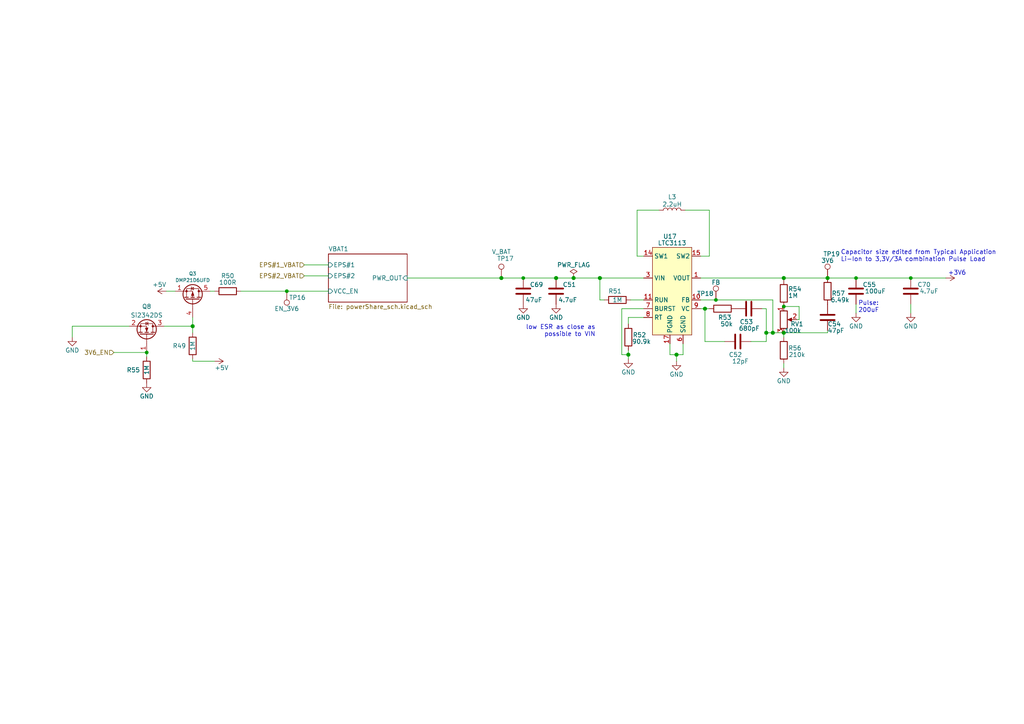
<source format=kicad_sch>
(kicad_sch (version 20211123) (generator eeschema)

  (uuid 93bc236d-3455-443f-8726-2037a6755e8b)

  (paper "A4")

  (lib_symbols
    (symbol "Connector:TestPoint" (pin_numbers hide) (pin_names (offset 0.762) hide) (in_bom yes) (on_board yes)
      (property "Reference" "TP" (id 0) (at 0 6.858 0)
        (effects (font (size 1.27 1.27)))
      )
      (property "Value" "TestPoint" (id 1) (at 0 5.08 0)
        (effects (font (size 1.27 1.27)))
      )
      (property "Footprint" "" (id 2) (at 5.08 0 0)
        (effects (font (size 1.27 1.27)) hide)
      )
      (property "Datasheet" "~" (id 3) (at 5.08 0 0)
        (effects (font (size 1.27 1.27)) hide)
      )
      (property "ki_keywords" "test point tp" (id 4) (at 0 0 0)
        (effects (font (size 1.27 1.27)) hide)
      )
      (property "ki_description" "test point" (id 5) (at 0 0 0)
        (effects (font (size 1.27 1.27)) hide)
      )
      (property "ki_fp_filters" "Pin* Test*" (id 6) (at 0 0 0)
        (effects (font (size 1.27 1.27)) hide)
      )
      (symbol "TestPoint_0_1"
        (circle (center 0 3.302) (radius 0.762)
          (stroke (width 0) (type default) (color 0 0 0 0))
          (fill (type none))
        )
      )
      (symbol "TestPoint_1_1"
        (pin passive line (at 0 0 90) (length 2.54)
          (name "1" (effects (font (size 1.27 1.27))))
          (number "1" (effects (font (size 1.27 1.27))))
        )
      )
    )
    (symbol "Device:C" (pin_numbers hide) (pin_names (offset 0.254)) (in_bom yes) (on_board yes)
      (property "Reference" "C" (id 0) (at 0.635 2.54 0)
        (effects (font (size 1.27 1.27)) (justify left))
      )
      (property "Value" "C" (id 1) (at 0.635 -2.54 0)
        (effects (font (size 1.27 1.27)) (justify left))
      )
      (property "Footprint" "" (id 2) (at 0.9652 -3.81 0)
        (effects (font (size 1.27 1.27)) hide)
      )
      (property "Datasheet" "~" (id 3) (at 0 0 0)
        (effects (font (size 1.27 1.27)) hide)
      )
      (property "ki_keywords" "cap capacitor" (id 4) (at 0 0 0)
        (effects (font (size 1.27 1.27)) hide)
      )
      (property "ki_description" "Unpolarized capacitor" (id 5) (at 0 0 0)
        (effects (font (size 1.27 1.27)) hide)
      )
      (property "ki_fp_filters" "C_*" (id 6) (at 0 0 0)
        (effects (font (size 1.27 1.27)) hide)
      )
      (symbol "C_0_1"
        (polyline
          (pts
            (xy -2.032 -0.762)
            (xy 2.032 -0.762)
          )
          (stroke (width 0.508) (type default) (color 0 0 0 0))
          (fill (type none))
        )
        (polyline
          (pts
            (xy -2.032 0.762)
            (xy 2.032 0.762)
          )
          (stroke (width 0.508) (type default) (color 0 0 0 0))
          (fill (type none))
        )
      )
      (symbol "C_1_1"
        (pin passive line (at 0 3.81 270) (length 2.794)
          (name "~" (effects (font (size 1.27 1.27))))
          (number "1" (effects (font (size 1.27 1.27))))
        )
        (pin passive line (at 0 -3.81 90) (length 2.794)
          (name "~" (effects (font (size 1.27 1.27))))
          (number "2" (effects (font (size 1.27 1.27))))
        )
      )
    )
    (symbol "Device:L" (pin_numbers hide) (pin_names (offset 1.016) hide) (in_bom yes) (on_board yes)
      (property "Reference" "L" (id 0) (at -1.27 0 90)
        (effects (font (size 1.27 1.27)))
      )
      (property "Value" "L" (id 1) (at 1.905 0 90)
        (effects (font (size 1.27 1.27)))
      )
      (property "Footprint" "" (id 2) (at 0 0 0)
        (effects (font (size 1.27 1.27)) hide)
      )
      (property "Datasheet" "~" (id 3) (at 0 0 0)
        (effects (font (size 1.27 1.27)) hide)
      )
      (property "ki_keywords" "inductor choke coil reactor magnetic" (id 4) (at 0 0 0)
        (effects (font (size 1.27 1.27)) hide)
      )
      (property "ki_description" "Inductor" (id 5) (at 0 0 0)
        (effects (font (size 1.27 1.27)) hide)
      )
      (property "ki_fp_filters" "Choke_* *Coil* Inductor_* L_*" (id 6) (at 0 0 0)
        (effects (font (size 1.27 1.27)) hide)
      )
      (symbol "L_0_1"
        (arc (start 0 -2.54) (mid 0.635 -1.905) (end 0 -1.27)
          (stroke (width 0) (type default) (color 0 0 0 0))
          (fill (type none))
        )
        (arc (start 0 -1.27) (mid 0.635 -0.635) (end 0 0)
          (stroke (width 0) (type default) (color 0 0 0 0))
          (fill (type none))
        )
        (arc (start 0 0) (mid 0.635 0.635) (end 0 1.27)
          (stroke (width 0) (type default) (color 0 0 0 0))
          (fill (type none))
        )
        (arc (start 0 1.27) (mid 0.635 1.905) (end 0 2.54)
          (stroke (width 0) (type default) (color 0 0 0 0))
          (fill (type none))
        )
      )
      (symbol "L_1_1"
        (pin passive line (at 0 3.81 270) (length 1.27)
          (name "1" (effects (font (size 1.27 1.27))))
          (number "1" (effects (font (size 1.27 1.27))))
        )
        (pin passive line (at 0 -3.81 90) (length 1.27)
          (name "2" (effects (font (size 1.27 1.27))))
          (number "2" (effects (font (size 1.27 1.27))))
        )
      )
    )
    (symbol "Device:Q_NMOS_GSD" (pin_names (offset 0) hide) (in_bom yes) (on_board yes)
      (property "Reference" "Q" (id 0) (at 5.08 1.27 0)
        (effects (font (size 1.27 1.27)) (justify left))
      )
      (property "Value" "Q_NMOS_GSD" (id 1) (at 5.08 -1.27 0)
        (effects (font (size 1.27 1.27)) (justify left))
      )
      (property "Footprint" "" (id 2) (at 5.08 2.54 0)
        (effects (font (size 1.27 1.27)) hide)
      )
      (property "Datasheet" "~" (id 3) (at 0 0 0)
        (effects (font (size 1.27 1.27)) hide)
      )
      (property "ki_keywords" "transistor NMOS N-MOS N-MOSFET" (id 4) (at 0 0 0)
        (effects (font (size 1.27 1.27)) hide)
      )
      (property "ki_description" "N-MOSFET transistor, gate/source/drain" (id 5) (at 0 0 0)
        (effects (font (size 1.27 1.27)) hide)
      )
      (symbol "Q_NMOS_GSD_0_1"
        (polyline
          (pts
            (xy 0.254 0)
            (xy -2.54 0)
          )
          (stroke (width 0) (type default) (color 0 0 0 0))
          (fill (type none))
        )
        (polyline
          (pts
            (xy 0.254 1.905)
            (xy 0.254 -1.905)
          )
          (stroke (width 0.254) (type default) (color 0 0 0 0))
          (fill (type none))
        )
        (polyline
          (pts
            (xy 0.762 -1.27)
            (xy 0.762 -2.286)
          )
          (stroke (width 0.254) (type default) (color 0 0 0 0))
          (fill (type none))
        )
        (polyline
          (pts
            (xy 0.762 0.508)
            (xy 0.762 -0.508)
          )
          (stroke (width 0.254) (type default) (color 0 0 0 0))
          (fill (type none))
        )
        (polyline
          (pts
            (xy 0.762 2.286)
            (xy 0.762 1.27)
          )
          (stroke (width 0.254) (type default) (color 0 0 0 0))
          (fill (type none))
        )
        (polyline
          (pts
            (xy 2.54 2.54)
            (xy 2.54 1.778)
          )
          (stroke (width 0) (type default) (color 0 0 0 0))
          (fill (type none))
        )
        (polyline
          (pts
            (xy 2.54 -2.54)
            (xy 2.54 0)
            (xy 0.762 0)
          )
          (stroke (width 0) (type default) (color 0 0 0 0))
          (fill (type none))
        )
        (polyline
          (pts
            (xy 0.762 -1.778)
            (xy 3.302 -1.778)
            (xy 3.302 1.778)
            (xy 0.762 1.778)
          )
          (stroke (width 0) (type default) (color 0 0 0 0))
          (fill (type none))
        )
        (polyline
          (pts
            (xy 1.016 0)
            (xy 2.032 0.381)
            (xy 2.032 -0.381)
            (xy 1.016 0)
          )
          (stroke (width 0) (type default) (color 0 0 0 0))
          (fill (type outline))
        )
        (polyline
          (pts
            (xy 2.794 0.508)
            (xy 2.921 0.381)
            (xy 3.683 0.381)
            (xy 3.81 0.254)
          )
          (stroke (width 0) (type default) (color 0 0 0 0))
          (fill (type none))
        )
        (polyline
          (pts
            (xy 3.302 0.381)
            (xy 2.921 -0.254)
            (xy 3.683 -0.254)
            (xy 3.302 0.381)
          )
          (stroke (width 0) (type default) (color 0 0 0 0))
          (fill (type none))
        )
        (circle (center 1.651 0) (radius 2.794)
          (stroke (width 0.254) (type default) (color 0 0 0 0))
          (fill (type none))
        )
        (circle (center 2.54 -1.778) (radius 0.254)
          (stroke (width 0) (type default) (color 0 0 0 0))
          (fill (type outline))
        )
        (circle (center 2.54 1.778) (radius 0.254)
          (stroke (width 0) (type default) (color 0 0 0 0))
          (fill (type outline))
        )
      )
      (symbol "Q_NMOS_GSD_1_1"
        (pin input line (at -5.08 0 0) (length 2.54)
          (name "G" (effects (font (size 1.27 1.27))))
          (number "1" (effects (font (size 1.27 1.27))))
        )
        (pin passive line (at 2.54 -5.08 90) (length 2.54)
          (name "S" (effects (font (size 1.27 1.27))))
          (number "2" (effects (font (size 1.27 1.27))))
        )
        (pin passive line (at 2.54 5.08 270) (length 2.54)
          (name "D" (effects (font (size 1.27 1.27))))
          (number "3" (effects (font (size 1.27 1.27))))
        )
      )
    )
    (symbol "Device:R" (pin_numbers hide) (pin_names (offset 0)) (in_bom yes) (on_board yes)
      (property "Reference" "R" (id 0) (at 2.032 0 90)
        (effects (font (size 1.27 1.27)))
      )
      (property "Value" "R" (id 1) (at 0 0 90)
        (effects (font (size 1.27 1.27)))
      )
      (property "Footprint" "" (id 2) (at -1.778 0 90)
        (effects (font (size 1.27 1.27)) hide)
      )
      (property "Datasheet" "~" (id 3) (at 0 0 0)
        (effects (font (size 1.27 1.27)) hide)
      )
      (property "ki_keywords" "R res resistor" (id 4) (at 0 0 0)
        (effects (font (size 1.27 1.27)) hide)
      )
      (property "ki_description" "Resistor" (id 5) (at 0 0 0)
        (effects (font (size 1.27 1.27)) hide)
      )
      (property "ki_fp_filters" "R_*" (id 6) (at 0 0 0)
        (effects (font (size 1.27 1.27)) hide)
      )
      (symbol "R_0_1"
        (rectangle (start -1.016 -2.54) (end 1.016 2.54)
          (stroke (width 0.254) (type default) (color 0 0 0 0))
          (fill (type none))
        )
      )
      (symbol "R_1_1"
        (pin passive line (at 0 3.81 270) (length 1.27)
          (name "~" (effects (font (size 1.27 1.27))))
          (number "1" (effects (font (size 1.27 1.27))))
        )
        (pin passive line (at 0 -3.81 90) (length 1.27)
          (name "~" (effects (font (size 1.27 1.27))))
          (number "2" (effects (font (size 1.27 1.27))))
        )
      )
    )
    (symbol "Device:R_Potentiometer" (pin_names (offset 1.016) hide) (in_bom yes) (on_board yes)
      (property "Reference" "RV" (id 0) (at -4.445 0 90)
        (effects (font (size 1.27 1.27)))
      )
      (property "Value" "R_Potentiometer" (id 1) (at -2.54 0 90)
        (effects (font (size 1.27 1.27)))
      )
      (property "Footprint" "" (id 2) (at 0 0 0)
        (effects (font (size 1.27 1.27)) hide)
      )
      (property "Datasheet" "~" (id 3) (at 0 0 0)
        (effects (font (size 1.27 1.27)) hide)
      )
      (property "ki_keywords" "resistor variable" (id 4) (at 0 0 0)
        (effects (font (size 1.27 1.27)) hide)
      )
      (property "ki_description" "Potentiometer" (id 5) (at 0 0 0)
        (effects (font (size 1.27 1.27)) hide)
      )
      (property "ki_fp_filters" "Potentiometer*" (id 6) (at 0 0 0)
        (effects (font (size 1.27 1.27)) hide)
      )
      (symbol "R_Potentiometer_0_1"
        (polyline
          (pts
            (xy 2.54 0)
            (xy 1.524 0)
          )
          (stroke (width 0) (type default) (color 0 0 0 0))
          (fill (type none))
        )
        (polyline
          (pts
            (xy 1.143 0)
            (xy 2.286 0.508)
            (xy 2.286 -0.508)
            (xy 1.143 0)
          )
          (stroke (width 0) (type default) (color 0 0 0 0))
          (fill (type outline))
        )
        (rectangle (start 1.016 2.54) (end -1.016 -2.54)
          (stroke (width 0.254) (type default) (color 0 0 0 0))
          (fill (type none))
        )
      )
      (symbol "R_Potentiometer_1_1"
        (pin passive line (at 0 3.81 270) (length 1.27)
          (name "1" (effects (font (size 1.27 1.27))))
          (number "1" (effects (font (size 1.27 1.27))))
        )
        (pin passive line (at 3.81 0 180) (length 1.27)
          (name "2" (effects (font (size 1.27 1.27))))
          (number "2" (effects (font (size 1.27 1.27))))
        )
        (pin passive line (at 0 -3.81 90) (length 1.27)
          (name "3" (effects (font (size 1.27 1.27))))
          (number "3" (effects (font (size 1.27 1.27))))
        )
      )
    )
    (symbol "Transistor_FET:SiS443DN" (pin_names hide) (in_bom yes) (on_board yes)
      (property "Reference" "Q" (id 0) (at 5.08 1.905 0)
        (effects (font (size 1.27 1.27)) (justify left))
      )
      (property "Value" "SiS443DN" (id 1) (at 5.08 0 0)
        (effects (font (size 1.27 1.27)) (justify left))
      )
      (property "Footprint" "Package_SO:Vishay_PowerPAK_1212-8_Single" (id 2) (at 5.08 -1.905 0)
        (effects (font (size 1.27 1.27) italic) (justify left) hide)
      )
      (property "Datasheet" "https://www.vishay.com/docs/63253/sis443dn.pdf" (id 3) (at 0 0 90)
        (effects (font (size 1.27 1.27)) (justify left) hide)
      )
      (property "ki_keywords" "P-Channel MOSFET" (id 4) (at 0 0 0)
        (effects (font (size 1.27 1.27)) hide)
      )
      (property "ki_description" "-35A Id, -40V Vds, P-Channel MOSFET, PowerPAK 1212-8 Single" (id 5) (at 0 0 0)
        (effects (font (size 1.27 1.27)) hide)
      )
      (property "ki_fp_filters" "Vishay*PowerPAK*1212*Single*" (id 6) (at 0 0 0)
        (effects (font (size 1.27 1.27)) hide)
      )
      (symbol "SiS443DN_0_1"
        (polyline
          (pts
            (xy 0.254 0)
            (xy -2.54 0)
          )
          (stroke (width 0) (type default) (color 0 0 0 0))
          (fill (type none))
        )
        (polyline
          (pts
            (xy 0.254 1.905)
            (xy 0.254 -1.905)
          )
          (stroke (width 0.254) (type default) (color 0 0 0 0))
          (fill (type none))
        )
        (polyline
          (pts
            (xy 0.762 -1.27)
            (xy 0.762 -2.286)
          )
          (stroke (width 0.254) (type default) (color 0 0 0 0))
          (fill (type none))
        )
        (polyline
          (pts
            (xy 0.762 0.508)
            (xy 0.762 -0.508)
          )
          (stroke (width 0.254) (type default) (color 0 0 0 0))
          (fill (type none))
        )
        (polyline
          (pts
            (xy 0.762 2.286)
            (xy 0.762 1.27)
          )
          (stroke (width 0.254) (type default) (color 0 0 0 0))
          (fill (type none))
        )
        (polyline
          (pts
            (xy 2.54 2.54)
            (xy 2.54 1.778)
          )
          (stroke (width 0) (type default) (color 0 0 0 0))
          (fill (type none))
        )
        (polyline
          (pts
            (xy 2.54 -2.54)
            (xy 2.54 0)
            (xy 0.762 0)
          )
          (stroke (width 0) (type default) (color 0 0 0 0))
          (fill (type none))
        )
        (polyline
          (pts
            (xy 0.762 1.778)
            (xy 3.302 1.778)
            (xy 3.302 -1.778)
            (xy 0.762 -1.778)
          )
          (stroke (width 0) (type default) (color 0 0 0 0))
          (fill (type none))
        )
        (polyline
          (pts
            (xy 2.286 0)
            (xy 1.27 0.381)
            (xy 1.27 -0.381)
            (xy 2.286 0)
          )
          (stroke (width 0) (type default) (color 0 0 0 0))
          (fill (type outline))
        )
        (polyline
          (pts
            (xy 2.794 -0.508)
            (xy 2.921 -0.381)
            (xy 3.683 -0.381)
            (xy 3.81 -0.254)
          )
          (stroke (width 0) (type default) (color 0 0 0 0))
          (fill (type none))
        )
        (polyline
          (pts
            (xy 3.302 -0.381)
            (xy 2.921 0.254)
            (xy 3.683 0.254)
            (xy 3.302 -0.381)
          )
          (stroke (width 0) (type default) (color 0 0 0 0))
          (fill (type none))
        )
        (circle (center 1.651 0) (radius 2.794)
          (stroke (width 0.254) (type default) (color 0 0 0 0))
          (fill (type none))
        )
        (circle (center 2.54 -1.778) (radius 0.254)
          (stroke (width 0) (type default) (color 0 0 0 0))
          (fill (type outline))
        )
        (circle (center 2.54 1.778) (radius 0.254)
          (stroke (width 0) (type default) (color 0 0 0 0))
          (fill (type outline))
        )
      )
      (symbol "SiS443DN_1_1"
        (pin passive line (at 2.54 -5.08 90) (length 2.54)
          (name "S" (effects (font (size 1.27 1.27))))
          (number "1" (effects (font (size 1.27 1.27))))
        )
        (pin passive line (at 2.54 -5.08 90) (length 2.54) hide
          (name "S" (effects (font (size 1.27 1.27))))
          (number "2" (effects (font (size 1.27 1.27))))
        )
        (pin passive line (at 2.54 -5.08 90) (length 2.54) hide
          (name "S" (effects (font (size 1.27 1.27))))
          (number "3" (effects (font (size 1.27 1.27))))
        )
        (pin passive line (at -5.08 0 0) (length 2.54)
          (name "G" (effects (font (size 1.27 1.27))))
          (number "4" (effects (font (size 1.27 1.27))))
        )
        (pin passive line (at 2.54 5.08 270) (length 2.54)
          (name "D" (effects (font (size 1.27 1.27))))
          (number "5" (effects (font (size 1.27 1.27))))
        )
      )
    )
    (symbol "comm:LTC3113" (in_bom yes) (on_board yes)
      (property "Reference" "U" (id 0) (at 0 17.78 0)
        (effects (font (size 1.27 1.27)))
      )
      (property "Value" "LTC3113" (id 1) (at 0 15.24 0)
        (effects (font (size 1.27 1.27)))
      )
      (property "Footprint" "Package_DFN_QFN:DFN-16-1EP_4x5mm_P0.5mm_EP2.44x4.34mm" (id 2) (at 0 13.97 0)
        (effects (font (size 1.27 1.27)) hide)
      )
      (property "Datasheet" "" (id 3) (at 0 13.97 0)
        (effects (font (size 1.27 1.27)) hide)
      )
      (symbol "LTC3113_0_1"
        (rectangle (start -5.08 11.43) (end 6.35 -13.97)
          (stroke (width 0.1524) (type default) (color 0 0 0 0))
          (fill (type background))
        )
      )
      (symbol "LTC3113_1_1"
        (pin power_out line (at 8.89 2.54 180) (length 2.54)
          (name "VOUT" (effects (font (size 1.27 1.27))))
          (number "1" (effects (font (size 1.27 1.27))))
        )
        (pin input line (at 8.89 -3.81 180) (length 2.54)
          (name "FB" (effects (font (size 1.27 1.27))))
          (number "10" (effects (font (size 1.27 1.27))))
        )
        (pin input line (at -7.62 -3.81 0) (length 2.54)
          (name "RUN" (effects (font (size 1.27 1.27))))
          (number "11" (effects (font (size 1.27 1.27))))
        )
        (pin input line (at -7.62 8.89 0) (length 2.54) hide
          (name "SW1" (effects (font (size 1.27 1.27))))
          (number "12" (effects (font (size 1.27 1.27))))
        )
        (pin input line (at -7.62 8.89 0) (length 2.54) hide
          (name "SW1" (effects (font (size 1.27 1.27))))
          (number "13" (effects (font (size 1.27 1.27))))
        )
        (pin input line (at -7.62 8.89 0) (length 2.54)
          (name "SW1" (effects (font (size 1.27 1.27))))
          (number "14" (effects (font (size 1.27 1.27))))
        )
        (pin input line (at 8.89 8.89 180) (length 2.54)
          (name "SW2" (effects (font (size 1.27 1.27))))
          (number "15" (effects (font (size 1.27 1.27))))
        )
        (pin input line (at 8.89 8.89 180) (length 2.54) hide
          (name "SW2" (effects (font (size 1.27 1.27))))
          (number "16" (effects (font (size 1.27 1.27))))
        )
        (pin power_in line (at 0 -16.51 90) (length 2.54)
          (name "PGND" (effects (font (size 1.27 1.27))))
          (number "17" (effects (font (size 1.27 1.27))))
        )
        (pin passive line (at 8.89 2.54 180) (length 2.54) hide
          (name "VOUT" (effects (font (size 1.27 1.27))))
          (number "2" (effects (font (size 1.27 1.27))))
        )
        (pin power_in line (at -7.62 2.54 0) (length 2.54)
          (name "VIN" (effects (font (size 1.27 1.27))))
          (number "3" (effects (font (size 1.27 1.27))))
        )
        (pin power_in line (at -7.62 2.54 0) (length 2.54) hide
          (name "VIN" (effects (font (size 1.27 1.27))))
          (number "4" (effects (font (size 1.27 1.27))))
        )
        (pin power_in line (at -7.62 2.54 0) (length 2.54) hide
          (name "VIN" (effects (font (size 1.27 1.27))))
          (number "5" (effects (font (size 1.27 1.27))))
        )
        (pin power_in line (at 3.81 -16.51 90) (length 2.54)
          (name "SGND" (effects (font (size 1.27 1.27))))
          (number "6" (effects (font (size 1.27 1.27))))
        )
        (pin input line (at -7.62 -6.35 0) (length 2.54)
          (name "BURST" (effects (font (size 1.27 1.27))))
          (number "7" (effects (font (size 1.27 1.27))))
        )
        (pin input line (at -7.62 -8.89 0) (length 2.54)
          (name "RT" (effects (font (size 1.27 1.27))))
          (number "8" (effects (font (size 1.27 1.27))))
        )
        (pin input line (at 8.89 -6.35 180) (length 2.54)
          (name "VC" (effects (font (size 1.27 1.27))))
          (number "9" (effects (font (size 1.27 1.27))))
        )
      )
    )
    (symbol "power:+3V8" (power) (pin_names (offset 0)) (in_bom yes) (on_board yes)
      (property "Reference" "#PWR" (id 0) (at 0 -3.81 0)
        (effects (font (size 1.27 1.27)) hide)
      )
      (property "Value" "+3V8" (id 1) (at 0 3.556 0)
        (effects (font (size 1.27 1.27)))
      )
      (property "Footprint" "" (id 2) (at 0 0 0)
        (effects (font (size 1.27 1.27)) hide)
      )
      (property "Datasheet" "" (id 3) (at 0 0 0)
        (effects (font (size 1.27 1.27)) hide)
      )
      (property "ki_keywords" "power-flag" (id 4) (at 0 0 0)
        (effects (font (size 1.27 1.27)) hide)
      )
      (property "ki_description" "Power symbol creates a global label with name \"+3V8\"" (id 5) (at 0 0 0)
        (effects (font (size 1.27 1.27)) hide)
      )
      (symbol "+3V8_0_1"
        (polyline
          (pts
            (xy -0.762 1.27)
            (xy 0 2.54)
          )
          (stroke (width 0) (type default) (color 0 0 0 0))
          (fill (type none))
        )
        (polyline
          (pts
            (xy 0 0)
            (xy 0 2.54)
          )
          (stroke (width 0) (type default) (color 0 0 0 0))
          (fill (type none))
        )
        (polyline
          (pts
            (xy 0 2.54)
            (xy 0.762 1.27)
          )
          (stroke (width 0) (type default) (color 0 0 0 0))
          (fill (type none))
        )
      )
      (symbol "+3V8_1_1"
        (pin power_in line (at 0 0 90) (length 0) hide
          (name "+3V8" (effects (font (size 1.27 1.27))))
          (number "1" (effects (font (size 1.27 1.27))))
        )
      )
    )
    (symbol "power:+5V" (power) (pin_names (offset 0)) (in_bom yes) (on_board yes)
      (property "Reference" "#PWR" (id 0) (at 0 -3.81 0)
        (effects (font (size 1.27 1.27)) hide)
      )
      (property "Value" "+5V" (id 1) (at 0 3.556 0)
        (effects (font (size 1.27 1.27)))
      )
      (property "Footprint" "" (id 2) (at 0 0 0)
        (effects (font (size 1.27 1.27)) hide)
      )
      (property "Datasheet" "" (id 3) (at 0 0 0)
        (effects (font (size 1.27 1.27)) hide)
      )
      (property "ki_keywords" "power-flag" (id 4) (at 0 0 0)
        (effects (font (size 1.27 1.27)) hide)
      )
      (property "ki_description" "Power symbol creates a global label with name \"+5V\"" (id 5) (at 0 0 0)
        (effects (font (size 1.27 1.27)) hide)
      )
      (symbol "+5V_0_1"
        (polyline
          (pts
            (xy -0.762 1.27)
            (xy 0 2.54)
          )
          (stroke (width 0) (type default) (color 0 0 0 0))
          (fill (type none))
        )
        (polyline
          (pts
            (xy 0 0)
            (xy 0 2.54)
          )
          (stroke (width 0) (type default) (color 0 0 0 0))
          (fill (type none))
        )
        (polyline
          (pts
            (xy 0 2.54)
            (xy 0.762 1.27)
          )
          (stroke (width 0) (type default) (color 0 0 0 0))
          (fill (type none))
        )
      )
      (symbol "+5V_1_1"
        (pin power_in line (at 0 0 90) (length 0) hide
          (name "+5V" (effects (font (size 1.27 1.27))))
          (number "1" (effects (font (size 1.27 1.27))))
        )
      )
    )
    (symbol "power:GND" (power) (pin_names (offset 0)) (in_bom yes) (on_board yes)
      (property "Reference" "#PWR" (id 0) (at 0 -6.35 0)
        (effects (font (size 1.27 1.27)) hide)
      )
      (property "Value" "GND" (id 1) (at 0 -3.81 0)
        (effects (font (size 1.27 1.27)))
      )
      (property "Footprint" "" (id 2) (at 0 0 0)
        (effects (font (size 1.27 1.27)) hide)
      )
      (property "Datasheet" "" (id 3) (at 0 0 0)
        (effects (font (size 1.27 1.27)) hide)
      )
      (property "ki_keywords" "power-flag" (id 4) (at 0 0 0)
        (effects (font (size 1.27 1.27)) hide)
      )
      (property "ki_description" "Power symbol creates a global label with name \"GND\" , ground" (id 5) (at 0 0 0)
        (effects (font (size 1.27 1.27)) hide)
      )
      (symbol "GND_0_1"
        (polyline
          (pts
            (xy 0 0)
            (xy 0 -1.27)
            (xy 1.27 -1.27)
            (xy 0 -2.54)
            (xy -1.27 -1.27)
            (xy 0 -1.27)
          )
          (stroke (width 0) (type default) (color 0 0 0 0))
          (fill (type none))
        )
      )
      (symbol "GND_1_1"
        (pin power_in line (at 0 0 270) (length 0) hide
          (name "GND" (effects (font (size 1.27 1.27))))
          (number "1" (effects (font (size 1.27 1.27))))
        )
      )
    )
    (symbol "power:PWR_FLAG" (power) (pin_numbers hide) (pin_names (offset 0) hide) (in_bom yes) (on_board yes)
      (property "Reference" "#FLG" (id 0) (at 0 1.905 0)
        (effects (font (size 1.27 1.27)) hide)
      )
      (property "Value" "PWR_FLAG" (id 1) (at 0 3.81 0)
        (effects (font (size 1.27 1.27)))
      )
      (property "Footprint" "" (id 2) (at 0 0 0)
        (effects (font (size 1.27 1.27)) hide)
      )
      (property "Datasheet" "~" (id 3) (at 0 0 0)
        (effects (font (size 1.27 1.27)) hide)
      )
      (property "ki_keywords" "power-flag" (id 4) (at 0 0 0)
        (effects (font (size 1.27 1.27)) hide)
      )
      (property "ki_description" "Special symbol for telling ERC where power comes from" (id 5) (at 0 0 0)
        (effects (font (size 1.27 1.27)) hide)
      )
      (symbol "PWR_FLAG_0_0"
        (pin power_out line (at 0 0 90) (length 0)
          (name "pwr" (effects (font (size 1.27 1.27))))
          (number "1" (effects (font (size 1.27 1.27))))
        )
      )
      (symbol "PWR_FLAG_0_1"
        (polyline
          (pts
            (xy 0 0)
            (xy 0 1.27)
            (xy -1.016 1.905)
            (xy 0 2.54)
            (xy 1.016 1.905)
            (xy 0 1.27)
          )
          (stroke (width 0) (type default) (color 0 0 0 0))
          (fill (type none))
        )
      )
    )
  )

  (junction (at 224.155 96.52) (diameter 1.016) (color 0 0 0 0)
    (uuid 10466cba-b45a-4266-a3b7-e58a54c85068)
  )
  (junction (at 166.37 80.645) (diameter 1.016) (color 0 0 0 0)
    (uuid 223b1bf5-aeb0-4409-ae26-7a05947090b1)
  )
  (junction (at 173.99 80.645) (diameter 1.016) (color 0 0 0 0)
    (uuid 2bd8e8f1-1a24-4dbc-9d3e-02ec45243012)
  )
  (junction (at 196.215 102.87) (diameter 1.016) (color 0 0 0 0)
    (uuid 3230db71-e343-4ca7-bfe8-9565703f0c4c)
  )
  (junction (at 204.47 89.535) (diameter 1.016) (color 0 0 0 0)
    (uuid 3eade326-98e9-4f73-9969-c3de1dd20284)
  )
  (junction (at 248.285 80.645) (diameter 0) (color 0 0 0 0)
    (uuid 431ad2b3-efb1-4bca-b248-56233d6f0de9)
  )
  (junction (at 145.415 80.645) (diameter 1.016) (color 0 0 0 0)
    (uuid 47033c75-f09c-4ea5-aeb3-c219d9891cc7)
  )
  (junction (at 161.29 80.645) (diameter 1.016) (color 0 0 0 0)
    (uuid 5d65aa66-ef4c-4c39-9d61-47de6dffabb0)
  )
  (junction (at 240.03 80.645) (diameter 1.016) (color 0 0 0 0)
    (uuid 608b1311-8621-40a7-be19-36f27fed020a)
  )
  (junction (at 42.545 102.235) (diameter 0) (color 0 0 0 0)
    (uuid 78d6d6b1-4b1c-4224-8b6e-b250e7dfd82a)
  )
  (junction (at 182.245 102.87) (diameter 1.016) (color 0 0 0 0)
    (uuid 81fa679c-a92a-4d03-8dba-7b7ddbe3b862)
  )
  (junction (at 83.185 84.455) (diameter 0) (color 0 0 0 0)
    (uuid 963db081-7044-4f92-a766-1f2daf76bf28)
  )
  (junction (at 207.645 86.995) (diameter 0) (color 0 0 0 0)
    (uuid acc30a2b-a69f-472c-9bf1-45108a7cda82)
  )
  (junction (at 264.16 80.645) (diameter 0) (color 0 0 0 0)
    (uuid b7717332-b1c7-4df4-994d-12b5a97ae610)
  )
  (junction (at 151.765 80.645) (diameter 0) (color 0 0 0 0)
    (uuid b8036693-9b75-4c52-aa98-16d89db15333)
  )
  (junction (at 222.25 96.52) (diameter 1.016) (color 0 0 0 0)
    (uuid c424557c-de60-43fc-9d3b-22dc03bfab6a)
  )
  (junction (at 227.33 96.52) (diameter 1.016) (color 0 0 0 0)
    (uuid c9fd8097-4fd2-4bf4-ae2b-c6dd4fdd0ad6)
  )
  (junction (at 55.88 94.615) (diameter 1.016) (color 0 0 0 0)
    (uuid d10ed321-fe4a-4b2e-8c4a-eae42c56c9ad)
  )
  (junction (at 227.33 80.645) (diameter 1.016) (color 0 0 0 0)
    (uuid e85479a1-246b-4094-ab2f-e2441217b8b6)
  )
  (junction (at 227.33 88.9) (diameter 0) (color 0 0 0 0)
    (uuid ee58b9e2-2293-4041-98ac-b810e072ff5d)
  )

  (wire (pts (xy 196.215 102.87) (xy 198.12 102.87))
    (stroke (width 0) (type solid) (color 0 0 0 0))
    (uuid 049ea278-d5c7-4e32-916b-093e4d58b878)
  )
  (wire (pts (xy 151.765 80.645) (xy 161.29 80.645))
    (stroke (width 0) (type solid) (color 0 0 0 0))
    (uuid 051fd92f-656c-4fa2-bc3b-1cd60b9824cc)
  )
  (wire (pts (xy 95.25 76.835) (xy 88.265 76.835))
    (stroke (width 0) (type solid) (color 0 0 0 0))
    (uuid 0cceca1d-8f92-4069-96bd-f4c6a84bcb3f)
  )
  (wire (pts (xy 264.16 80.645) (xy 274.32 80.645))
    (stroke (width 0) (type solid) (color 0 0 0 0))
    (uuid 10e75c61-e6d6-4463-8646-4e1ad65c1446)
  )
  (wire (pts (xy 227.33 96.52) (xy 227.33 97.79))
    (stroke (width 0) (type solid) (color 0 0 0 0))
    (uuid 17506401-c505-4b8a-8c02-9c0a9283390f)
  )
  (wire (pts (xy 203.2 89.535) (xy 204.47 89.535))
    (stroke (width 0) (type solid) (color 0 0 0 0))
    (uuid 1879e5ff-bbb2-48ee-9149-b6be2b6c0c85)
  )
  (wire (pts (xy 182.245 102.87) (xy 182.245 104.14))
    (stroke (width 0) (type solid) (color 0 0 0 0))
    (uuid 19d12a1e-1a98-4e63-9f10-bf330392bc16)
  )
  (wire (pts (xy 20.955 94.615) (xy 37.465 94.615))
    (stroke (width 0) (type default) (color 0 0 0 0))
    (uuid 1bf87831-89da-475c-a590-049ba4ecb5a8)
  )
  (wire (pts (xy 227.33 96.52) (xy 240.03 96.52))
    (stroke (width 0) (type solid) (color 0 0 0 0))
    (uuid 1f07c9e6-a716-4ecb-9330-f0a8ddd49180)
  )
  (wire (pts (xy 161.29 80.645) (xy 166.37 80.645))
    (stroke (width 0) (type solid) (color 0 0 0 0))
    (uuid 261ceb10-a1c0-41ec-8894-558a20ffb8c1)
  )
  (wire (pts (xy 42.545 102.235) (xy 42.545 103.505))
    (stroke (width 0) (type default) (color 0 0 0 0))
    (uuid 27cb4c6f-713c-48a9-83f4-d8a119765c96)
  )
  (wire (pts (xy 207.645 86.995) (xy 224.155 86.995))
    (stroke (width 0) (type solid) (color 0 0 0 0))
    (uuid 29d4a5ba-e8d6-4e1b-9390-901b6f64301c)
  )
  (wire (pts (xy 186.69 89.535) (xy 180.34 89.535))
    (stroke (width 0) (type solid) (color 0 0 0 0))
    (uuid 321607d5-b090-4bc8-992a-daec1a7f8c2b)
  )
  (wire (pts (xy 88.265 80.01) (xy 95.25 80.01))
    (stroke (width 0) (type solid) (color 0 0 0 0))
    (uuid 360966c0-f32c-4c6f-94af-b320c03fc2d4)
  )
  (wire (pts (xy 198.12 99.695) (xy 198.12 102.87))
    (stroke (width 0) (type solid) (color 0 0 0 0))
    (uuid 3d4f22c4-470e-4541-bfff-737bb016921f)
  )
  (wire (pts (xy 182.88 86.995) (xy 186.69 86.995))
    (stroke (width 0) (type solid) (color 0 0 0 0))
    (uuid 412eb61d-0d49-4d84-9f20-a88eb8f1ddb1)
  )
  (wire (pts (xy 222.25 96.52) (xy 224.155 96.52))
    (stroke (width 0) (type solid) (color 0 0 0 0))
    (uuid 4a39c9a4-e72c-44f7-9917-b0725be10659)
  )
  (wire (pts (xy 210.185 99.06) (xy 204.47 99.06))
    (stroke (width 0) (type solid) (color 0 0 0 0))
    (uuid 5462e273-4610-4de9-bc3b-fa2760ac4fe7)
  )
  (wire (pts (xy 264.16 88.265) (xy 264.16 90.805))
    (stroke (width 0) (type solid) (color 0 0 0 0))
    (uuid 5b86764d-181c-4fbb-9e22-1705efe5ae7b)
  )
  (wire (pts (xy 55.88 104.775) (xy 62.23 104.775))
    (stroke (width 0) (type default) (color 0 0 0 0))
    (uuid 5e5780a7-c9ae-4fdb-a412-bc2b0241c14d)
  )
  (wire (pts (xy 203.2 74.295) (xy 205.74 74.295))
    (stroke (width 0) (type solid) (color 0 0 0 0))
    (uuid 6082495c-64e5-4c52-ba04-b3834667a4e9)
  )
  (wire (pts (xy 50.8 84.455) (xy 48.26 84.455))
    (stroke (width 0) (type solid) (color 0 0 0 0))
    (uuid 60848de1-69c0-4161-83fc-4aeb21d0d129)
  )
  (wire (pts (xy 47.625 94.615) (xy 55.88 94.615))
    (stroke (width 0) (type solid) (color 0 0 0 0))
    (uuid 611ff46a-b112-4aa3-8e27-d53494f808b1)
  )
  (wire (pts (xy 224.155 96.52) (xy 227.33 96.52))
    (stroke (width 0) (type solid) (color 0 0 0 0))
    (uuid 612c567d-8f57-44da-91fa-f51e41f01983)
  )
  (wire (pts (xy 205.74 60.96) (xy 198.755 60.96))
    (stroke (width 0) (type solid) (color 0 0 0 0))
    (uuid 6219dc51-ab9e-4a9f-acd6-d2d06cfdf3d5)
  )
  (wire (pts (xy 204.47 89.535) (xy 205.74 89.535))
    (stroke (width 0) (type solid) (color 0 0 0 0))
    (uuid 63d92c6a-d643-489a-b610-46877a1df092)
  )
  (wire (pts (xy 204.47 89.535) (xy 204.47 99.06))
    (stroke (width 0) (type solid) (color 0 0 0 0))
    (uuid 64851761-36dd-45cf-82a8-11f68125ab59)
  )
  (wire (pts (xy 231.775 92.71) (xy 231.775 88.9))
    (stroke (width 0) (type default) (color 0 0 0 0))
    (uuid 6ac946e7-b92f-4da2-acc4-fd3c339c4891)
  )
  (wire (pts (xy 62.23 84.455) (xy 60.96 84.455))
    (stroke (width 0) (type solid) (color 0 0 0 0))
    (uuid 71fbfe10-f0d9-4ae5-bb3d-801d074db196)
  )
  (wire (pts (xy 55.88 104.14) (xy 55.88 104.775))
    (stroke (width 0) (type default) (color 0 0 0 0))
    (uuid 76c99d89-cde7-425f-acd7-084d6bb080a3)
  )
  (wire (pts (xy 182.245 93.98) (xy 182.245 92.075))
    (stroke (width 0) (type solid) (color 0 0 0 0))
    (uuid 7f50fdac-0d80-4715-8667-dc57a0ec19d4)
  )
  (wire (pts (xy 182.245 101.6) (xy 182.245 102.87))
    (stroke (width 0) (type solid) (color 0 0 0 0))
    (uuid 81831b8a-5454-47d8-a047-e60a79872195)
  )
  (wire (pts (xy 227.33 80.645) (xy 227.33 81.28))
    (stroke (width 0) (type solid) (color 0 0 0 0))
    (uuid 8c60b43a-9084-41a3-8680-dc43d33c20b4)
  )
  (wire (pts (xy 180.34 89.535) (xy 180.34 102.87))
    (stroke (width 0) (type solid) (color 0 0 0 0))
    (uuid 90a60d6e-efdd-4b21-a7bd-6e454a96062a)
  )
  (wire (pts (xy 33.02 102.235) (xy 42.545 102.235))
    (stroke (width 0) (type default) (color 0 0 0 0))
    (uuid 94804785-9b99-41f6-9cd3-b799ac9befb0)
  )
  (wire (pts (xy 205.74 60.96) (xy 205.74 74.295))
    (stroke (width 0) (type solid) (color 0 0 0 0))
    (uuid 95475eda-4b01-4b5b-bb59-e47c2002372f)
  )
  (wire (pts (xy 173.99 80.645) (xy 186.69 80.645))
    (stroke (width 0) (type solid) (color 0 0 0 0))
    (uuid 997b3398-f886-40f4-a451-ee5852abda52)
  )
  (wire (pts (xy 240.03 96.52) (xy 240.03 95.885))
    (stroke (width 0) (type solid) (color 0 0 0 0))
    (uuid 9b74c266-6cc9-49fd-b629-2a76c0e78f43)
  )
  (wire (pts (xy 194.31 102.87) (xy 196.215 102.87))
    (stroke (width 0) (type solid) (color 0 0 0 0))
    (uuid 9b895b0b-60ec-4a22-8dba-3efd8a7857fb)
  )
  (wire (pts (xy 175.26 86.995) (xy 173.99 86.995))
    (stroke (width 0) (type solid) (color 0 0 0 0))
    (uuid 9efc73c0-34c9-4aed-b429-650b825e584b)
  )
  (wire (pts (xy 184.785 60.96) (xy 184.785 74.295))
    (stroke (width 0) (type solid) (color 0 0 0 0))
    (uuid a7c9a12c-2a91-4e13-97b5-b910bc8454b4)
  )
  (wire (pts (xy 231.14 92.71) (xy 231.775 92.71))
    (stroke (width 0) (type default) (color 0 0 0 0))
    (uuid b0c48fa2-a6ca-4250-b8ac-f3144e428545)
  )
  (wire (pts (xy 182.245 92.075) (xy 186.69 92.075))
    (stroke (width 0) (type solid) (color 0 0 0 0))
    (uuid b1e97b70-6241-4b20-bb40-6c175be07d40)
  )
  (wire (pts (xy 118.11 80.645) (xy 145.415 80.645))
    (stroke (width 0) (type solid) (color 0 0 0 0))
    (uuid b2742f2a-3867-4be4-a359-fdc03dada4ad)
  )
  (wire (pts (xy 145.415 80.645) (xy 151.765 80.645))
    (stroke (width 0) (type solid) (color 0 0 0 0))
    (uuid b2742f2a-3867-4be4-a359-fdc03dada4ae)
  )
  (wire (pts (xy 69.85 84.455) (xy 83.185 84.455))
    (stroke (width 0) (type solid) (color 0 0 0 0))
    (uuid b6a3e3d7-bc8f-488e-8493-f1a588592b83)
  )
  (wire (pts (xy 203.2 86.995) (xy 207.645 86.995))
    (stroke (width 0) (type solid) (color 0 0 0 0))
    (uuid b8217ba2-4bd0-498e-b843-14ef4ecceda5)
  )
  (wire (pts (xy 180.34 102.87) (xy 182.245 102.87))
    (stroke (width 0) (type solid) (color 0 0 0 0))
    (uuid ba3c010b-16f2-45af-b2b1-ac489a2ff3ef)
  )
  (wire (pts (xy 227.33 105.41) (xy 227.33 106.68))
    (stroke (width 0) (type solid) (color 0 0 0 0))
    (uuid bd0b79be-639a-4ad6-a2f3-2437234f84fc)
  )
  (wire (pts (xy 55.88 94.615) (xy 55.88 96.52))
    (stroke (width 0) (type solid) (color 0 0 0 0))
    (uuid bf309b41-700b-4cf2-9b8d-0d85c6117e1f)
  )
  (wire (pts (xy 194.31 99.695) (xy 194.31 102.87))
    (stroke (width 0) (type solid) (color 0 0 0 0))
    (uuid c38b5d77-12ea-4dd3-a7ce-532ef972a55d)
  )
  (wire (pts (xy 227.33 88.9) (xy 231.775 88.9))
    (stroke (width 0) (type default) (color 0 0 0 0))
    (uuid c488471f-7dcf-49ec-83fd-f782ebf4dab9)
  )
  (wire (pts (xy 222.25 89.535) (xy 222.25 96.52))
    (stroke (width 0) (type solid) (color 0 0 0 0))
    (uuid c5dc042e-4cdc-45d1-934d-e10a7935a146)
  )
  (wire (pts (xy 224.155 86.995) (xy 224.155 96.52))
    (stroke (width 0) (type solid) (color 0 0 0 0))
    (uuid c74bcb29-c9d9-4b5e-92e3-c2c531c69999)
  )
  (wire (pts (xy 166.37 80.645) (xy 173.99 80.645))
    (stroke (width 0) (type solid) (color 0 0 0 0))
    (uuid c7625d30-f230-426f-93bf-81ce31181ec4)
  )
  (wire (pts (xy 83.185 84.455) (xy 95.25 84.455))
    (stroke (width 0) (type solid) (color 0 0 0 0))
    (uuid c9f2d6de-b63c-40ac-8f21-2db700cb8ad6)
  )
  (wire (pts (xy 186.69 74.295) (xy 184.785 74.295))
    (stroke (width 0) (type solid) (color 0 0 0 0))
    (uuid d288116c-547f-4a32-b3d8-19b7fd73373c)
  )
  (wire (pts (xy 248.285 88.265) (xy 248.285 90.805))
    (stroke (width 0) (type solid) (color 0 0 0 0))
    (uuid d5abcbc9-3649-4db1-a5c3-6acba25ce183)
  )
  (wire (pts (xy 203.2 80.645) (xy 227.33 80.645))
    (stroke (width 0) (type solid) (color 0 0 0 0))
    (uuid d912ce47-8d07-4b9f-8ac9-355eb78207fb)
  )
  (wire (pts (xy 222.25 96.52) (xy 222.25 99.06))
    (stroke (width 0) (type solid) (color 0 0 0 0))
    (uuid de6087b2-e236-4764-bbd3-27ef6c3e7ed9)
  )
  (wire (pts (xy 227.33 80.645) (xy 240.03 80.645))
    (stroke (width 0) (type solid) (color 0 0 0 0))
    (uuid def32d6e-19da-4774-8783-c8db343f821c)
  )
  (wire (pts (xy 240.03 80.645) (xy 248.285 80.645))
    (stroke (width 0) (type solid) (color 0 0 0 0))
    (uuid def32d6e-19da-4774-8783-c8db343f821d)
  )
  (wire (pts (xy 55.88 92.075) (xy 55.88 94.615))
    (stroke (width 0) (type solid) (color 0 0 0 0))
    (uuid dfa996f8-aac8-483b-b844-24939524abbd)
  )
  (wire (pts (xy 20.955 97.79) (xy 20.955 94.615))
    (stroke (width 0) (type default) (color 0 0 0 0))
    (uuid e0d16a65-1891-42c4-99bf-b67fad346acb)
  )
  (wire (pts (xy 196.215 102.87) (xy 196.215 104.775))
    (stroke (width 0) (type solid) (color 0 0 0 0))
    (uuid e35d64a4-6669-471d-af6b-94bb2a366887)
  )
  (wire (pts (xy 184.785 60.96) (xy 191.135 60.96))
    (stroke (width 0) (type solid) (color 0 0 0 0))
    (uuid e68831d5-f82f-4a67-a937-551a87bd7def)
  )
  (wire (pts (xy 220.98 89.535) (xy 222.25 89.535))
    (stroke (width 0) (type solid) (color 0 0 0 0))
    (uuid ea9c0586-bc11-428d-9921-1d143f0b48d6)
  )
  (wire (pts (xy 217.805 99.06) (xy 222.25 99.06))
    (stroke (width 0) (type solid) (color 0 0 0 0))
    (uuid ec1e53e8-9583-4668-ab11-b593c03c49ee)
  )
  (wire (pts (xy 173.99 80.645) (xy 173.99 86.995))
    (stroke (width 0) (type solid) (color 0 0 0 0))
    (uuid fc086cd3-1b59-4e1d-945b-aaa2d55fcf8a)
  )
  (wire (pts (xy 248.285 80.645) (xy 264.16 80.645))
    (stroke (width 0) (type solid) (color 0 0 0 0))
    (uuid fd283807-27a9-4bf4-a964-adb42b513994)
  )

  (text "+3V6" (at 274.955 80.01 0)
    (effects (font (size 1.27 1.27)) (justify left bottom))
    (uuid 1ab99666-2754-4e03-a7fb-1d935cf15685)
  )
  (text "Pulse:\n200uF\n" (at 248.92 90.805 0)
    (effects (font (size 1.27 1.27)) (justify left bottom))
    (uuid 4d6799c2-97c3-4c49-b20f-8bbee530d13d)
  )
  (text "Capacitor size edited from Typical Application\nLi-Ion to 3,3V/3A combination Pulse Load\n\n"
    (at 243.84 78.105 0)
    (effects (font (size 1.27 1.27)) (justify left bottom))
    (uuid a91064c2-b352-44fd-b9cf-6162517e67c7)
  )
  (text "low ESR as close as\npossible to VIN\n" (at 172.72 97.79 180)
    (effects (font (size 1.27 1.27)) (justify right bottom))
    (uuid e85887f4-0ced-4173-9c97-81e8392e3ff9)
  )

  (hierarchical_label "3V6_EN" (shape input) (at 33.02 102.235 180)
    (effects (font (size 1.27 1.27)) (justify right))
    (uuid 3d4c4a4e-95cc-4e2a-bec4-1456fd53e32e)
  )
  (hierarchical_label "EPS#1_VBAT" (shape input) (at 88.265 76.835 180)
    (effects (font (size 1.27 1.27)) (justify right))
    (uuid 42d0da7f-3f70-4b53-b973-f805ca2d7440)
  )
  (hierarchical_label "EPS#2_VBAT" (shape input) (at 88.265 80.01 180)
    (effects (font (size 1.27 1.27)) (justify right))
    (uuid c4bd51d6-737c-4737-b561-f035d8a6d4fd)
  )

  (symbol (lib_id "Device:R_Potentiometer") (at 227.33 92.71 0) (unit 1)
    (in_bom yes) (on_board yes)
    (uuid 0e1e56bd-eab5-4d6b-b4c5-561f3b0b401e)
    (property "Reference" "RV1" (id 0) (at 233.045 93.98 0)
      (effects (font (size 1.27 1.27)) (justify right))
    )
    (property "Value" "100k" (id 1) (at 232.41 95.885 0)
      (effects (font (size 1.27 1.27)) (justify right))
    )
    (property "Footprint" "Potentiometer_SMD:Potentiometer_Bourns_TC33X_Vertical" (id 2) (at 227.33 92.71 0)
      (effects (font (size 1.27 1.27)) hide)
    )
    (property "Datasheet" "https://cz.mouser.com/datasheet/2/54/3386-776606.pdf" (id 3) (at 227.33 92.71 0)
      (effects (font (size 1.27 1.27)) hide)
    )
    (pin "1" (uuid 72e184ec-98fe-4448-9500-960f78c05658))
    (pin "2" (uuid ff49acfa-b76c-459f-be12-bd25c641a289))
    (pin "3" (uuid e3ddf9f4-05ba-4979-b993-af61fd140977))
  )

  (symbol (lib_id "Device:C") (at 161.29 84.455 0) (unit 1)
    (in_bom yes) (on_board yes)
    (uuid 1264a417-0675-47bb-a8af-7a9154520548)
    (property "Reference" "C51" (id 0) (at 163.195 82.5499 0)
      (effects (font (size 1.27 1.27)) (justify left))
    )
    (property "Value" "4.7uF" (id 1) (at 161.925 86.995 0)
      (effects (font (size 1.27 1.27)) (justify left))
    )
    (property "Footprint" "Capacitor_SMD:C_0805_2012Metric_Pad1.18x1.45mm_HandSolder" (id 2) (at 162.2552 88.265 0)
      (effects (font (size 1.27 1.27)) hide)
    )
    (property "Datasheet" "~" (id 3) (at 161.29 84.455 0)
      (effects (font (size 1.27 1.27)) hide)
    )
    (pin "1" (uuid b995c13f-56f8-47fe-9bb9-4342a7adfe82))
    (pin "2" (uuid 7ceda713-da81-4d6b-8846-ee3054553385))
  )

  (symbol (lib_id "Device:Q_NMOS_GSD") (at 42.545 97.155 270) (mirror x) (unit 1)
    (in_bom yes) (on_board yes)
    (uuid 1558c322-8b22-49ff-880b-e01185230803)
    (property "Reference" "Q8" (id 0) (at 42.545 88.9 90))
    (property "Value" "Si2342DS" (id 1) (at 42.545 91.44 90))
    (property "Footprint" "Package_TO_SOT_SMD:SOT-23" (id 2) (at 45.085 92.075 0)
      (effects (font (size 1.27 1.27)) hide)
    )
    (property "Datasheet" "~" (id 3) (at 42.545 97.155 0)
      (effects (font (size 1.27 1.27)) hide)
    )
    (pin "1" (uuid 179e7c2e-d509-4bca-a4fb-2489d2d41eb7))
    (pin "2" (uuid 7ae7380f-38f3-465b-96e2-077739f28d3c))
    (pin "3" (uuid 4539db14-da08-42a0-a3b6-1a3b27b312e5))
  )

  (symbol (lib_id "Device:C") (at 264.16 84.455 0) (unit 1)
    (in_bom yes) (on_board yes)
    (uuid 15644880-24f0-49ea-b8f6-32536db5cc73)
    (property "Reference" "C70" (id 0) (at 266.065 82.5499 0)
      (effects (font (size 1.27 1.27)) (justify left))
    )
    (property "Value" "4.7uF" (id 1) (at 266.7 84.455 0)
      (effects (font (size 1.27 1.27)) (justify left))
    )
    (property "Footprint" "Capacitor_SMD:C_0805_2012Metric_Pad1.18x1.45mm_HandSolder" (id 2) (at 265.1252 88.265 0)
      (effects (font (size 1.27 1.27)) hide)
    )
    (property "Datasheet" "~" (id 3) (at 264.16 84.455 0)
      (effects (font (size 1.27 1.27)) hide)
    )
    (pin "1" (uuid 7bfcec23-5de3-4725-80db-b86af06ee94a))
    (pin "2" (uuid add4c559-0ac4-4850-af4a-0280d6a74903))
  )

  (symbol (lib_id "power:GND") (at 42.545 111.125 0) (unit 1)
    (in_bom yes) (on_board yes) (fields_autoplaced)
    (uuid 2f42fbc3-0a3f-4143-8310-6830e14efa15)
    (property "Reference" "#PWR0203" (id 0) (at 42.545 117.475 0)
      (effects (font (size 1.27 1.27)) hide)
    )
    (property "Value" "GND" (id 1) (at 42.545 114.935 0))
    (property "Footprint" "" (id 2) (at 42.545 111.125 0)
      (effects (font (size 1.27 1.27)) hide)
    )
    (property "Datasheet" "" (id 3) (at 42.545 111.125 0)
      (effects (font (size 1.27 1.27)) hide)
    )
    (pin "1" (uuid 71a4d701-1859-47e7-9857-a0e764c51c8a))
  )

  (symbol (lib_id "power:GND") (at 227.33 106.68 0) (unit 1)
    (in_bom yes) (on_board yes) (fields_autoplaced)
    (uuid 34f1d719-3b71-4151-8ccf-e8f6c48b5690)
    (property "Reference" "#PWR0166" (id 0) (at 227.33 113.03 0)
      (effects (font (size 1.27 1.27)) hide)
    )
    (property "Value" "GND" (id 1) (at 227.33 110.49 0))
    (property "Footprint" "" (id 2) (at 227.33 106.68 0)
      (effects (font (size 1.27 1.27)) hide)
    )
    (property "Datasheet" "" (id 3) (at 227.33 106.68 0)
      (effects (font (size 1.27 1.27)) hide)
    )
    (pin "1" (uuid ec4f07d0-c9fe-460d-884e-253d96eda376))
  )

  (symbol (lib_id "power:GND") (at 151.765 88.265 0) (unit 1)
    (in_bom yes) (on_board yes) (fields_autoplaced)
    (uuid 3572fb0b-e45d-4a73-86c8-e7d6d84acf59)
    (property "Reference" "#PWR0202" (id 0) (at 151.765 94.615 0)
      (effects (font (size 1.27 1.27)) hide)
    )
    (property "Value" "GND" (id 1) (at 151.765 92.075 0))
    (property "Footprint" "" (id 2) (at 151.765 88.265 0)
      (effects (font (size 1.27 1.27)) hide)
    )
    (property "Datasheet" "" (id 3) (at 151.765 88.265 0)
      (effects (font (size 1.27 1.27)) hide)
    )
    (pin "1" (uuid 94501823-40c5-40ab-8382-48bdcefd9249))
  )

  (symbol (lib_id "Device:R") (at 227.33 101.6 0) (unit 1)
    (in_bom yes) (on_board yes)
    (uuid 38a6c186-ef40-46a3-a50d-838c0d782105)
    (property "Reference" "R56" (id 0) (at 228.6 100.9649 0)
      (effects (font (size 1.27 1.27)) (justify left))
    )
    (property "Value" "210k" (id 1) (at 231.14 102.87 0))
    (property "Footprint" "Inductor_SMD:L_0603_1608Metric" (id 2) (at 225.552 101.6 90)
      (effects (font (size 1.27 1.27)) hide)
    )
    (property "Datasheet" "~" (id 3) (at 227.33 101.6 0)
      (effects (font (size 1.27 1.27)) hide)
    )
    (pin "1" (uuid 890da954-1846-495d-b2c4-db3b2b2acac7))
    (pin "2" (uuid 7c155efc-5d3f-4bea-b8d2-713942d45e8f))
  )

  (symbol (lib_id "Device:R") (at 240.03 84.455 180) (unit 1)
    (in_bom yes) (on_board yes)
    (uuid 3f4bfaf3-e00f-4a9e-b244-186f306cbece)
    (property "Reference" "R57" (id 0) (at 245.1099 85.09 0)
      (effects (font (size 1.27 1.27)) (justify left))
    )
    (property "Value" "6.49k" (id 1) (at 246.3799 86.995 0)
      (effects (font (size 1.27 1.27)) (justify left))
    )
    (property "Footprint" "Inductor_SMD:L_0603_1608Metric" (id 2) (at 241.808 84.455 90)
      (effects (font (size 1.27 1.27)) hide)
    )
    (property "Datasheet" "~" (id 3) (at 240.03 84.455 0)
      (effects (font (size 1.27 1.27)) hide)
    )
    (pin "1" (uuid 4432026b-3f9e-4411-8cbe-bfd23dcc998d))
    (pin "2" (uuid 11a2c178-997b-4d34-b980-a6adbb310670))
  )

  (symbol (lib_id "Device:R") (at 227.33 85.09 0) (unit 1)
    (in_bom yes) (on_board yes)
    (uuid 4185b30a-064b-4358-8db7-3a3f60bdc219)
    (property "Reference" "R54" (id 0) (at 228.6 83.8199 0)
      (effects (font (size 1.27 1.27)) (justify left))
    )
    (property "Value" "1M" (id 1) (at 228.6 85.7249 0)
      (effects (font (size 1.27 1.27)) (justify left))
    )
    (property "Footprint" "Inductor_SMD:L_0603_1608Metric" (id 2) (at 225.552 85.09 90)
      (effects (font (size 1.27 1.27)) hide)
    )
    (property "Datasheet" "~" (id 3) (at 227.33 85.09 0)
      (effects (font (size 1.27 1.27)) hide)
    )
    (pin "1" (uuid 20798154-a42f-4a7e-ac16-2a1b27686b8e))
    (pin "2" (uuid b0143d92-c072-4f1e-99e9-fb0cee4d30ca))
  )

  (symbol (lib_id "Connector:TestPoint") (at 145.415 80.645 0) (unit 1)
    (in_bom yes) (on_board yes)
    (uuid 4db093e3-b194-40a9-987a-1e48c698f5f0)
    (property "Reference" "TP17" (id 0) (at 144.145 74.9934 0)
      (effects (font (size 1.27 1.27)) (justify left))
    )
    (property "Value" "V_BAT" (id 1) (at 145.415 73.025 0))
    (property "Footprint" "TCY_Connector:TestPoint_Pad_D0.5mm" (id 2) (at 150.495 80.645 0)
      (effects (font (size 1.27 1.27)) hide)
    )
    (property "Datasheet" "~" (id 3) (at 150.495 80.645 0)
      (effects (font (size 1.27 1.27)) hide)
    )
    (pin "1" (uuid d299a97e-145a-4bac-82b4-f9ab8f9ed2f2))
  )

  (symbol (lib_id "power:PWR_FLAG") (at 166.37 80.645 0) (unit 1)
    (in_bom yes) (on_board yes) (fields_autoplaced)
    (uuid 4ee37817-841f-4d1f-84ee-43ece8213a6f)
    (property "Reference" "#FLG0106" (id 0) (at 166.37 78.74 0)
      (effects (font (size 1.27 1.27)) hide)
    )
    (property "Value" "PWR_FLAG" (id 1) (at 166.37 76.835 0))
    (property "Footprint" "" (id 2) (at 166.37 80.645 0)
      (effects (font (size 1.27 1.27)) hide)
    )
    (property "Datasheet" "~" (id 3) (at 166.37 80.645 0)
      (effects (font (size 1.27 1.27)) hide)
    )
    (pin "1" (uuid 68e0eb57-f1c5-4c87-9ff4-e8cbc148bfd3))
  )

  (symbol (lib_id "Device:R") (at 209.55 89.535 270) (unit 1)
    (in_bom yes) (on_board yes)
    (uuid 59bfe403-18b1-47d5-9f7b-cd0755bbff3d)
    (property "Reference" "R53" (id 0) (at 208.28 92.0751 90)
      (effects (font (size 1.27 1.27)) (justify left))
    )
    (property "Value" "50k" (id 1) (at 208.915 93.98 90)
      (effects (font (size 1.27 1.27)) (justify left))
    )
    (property "Footprint" "Inductor_SMD:L_0603_1608Metric" (id 2) (at 209.55 87.757 90)
      (effects (font (size 1.27 1.27)) hide)
    )
    (property "Datasheet" "~" (id 3) (at 209.55 89.535 0)
      (effects (font (size 1.27 1.27)) hide)
    )
    (pin "1" (uuid 1b2a4125-ef34-43cb-b9b4-eceb0ec6ef06))
    (pin "2" (uuid abaaf67d-1ecd-4876-9aee-219729504cd8))
  )

  (symbol (lib_id "Device:R") (at 42.545 107.315 0) (mirror y) (unit 1)
    (in_bom yes) (on_board yes) (fields_autoplaced)
    (uuid 59ce96ec-ce31-4086-bf32-2d9891caa4d1)
    (property "Reference" "R55" (id 0) (at 40.64 107.3149 0)
      (effects (font (size 1.27 1.27)) (justify left))
    )
    (property "Value" "1M" (id 1) (at 42.545 107.315 90))
    (property "Footprint" "Inductor_SMD:L_0603_1608Metric" (id 2) (at 44.323 107.315 90)
      (effects (font (size 1.27 1.27)) hide)
    )
    (property "Datasheet" "~" (id 3) (at 42.545 107.315 0)
      (effects (font (size 1.27 1.27)) hide)
    )
    (pin "1" (uuid 194495d2-9243-49ef-99f0-13191a1364dd))
    (pin "2" (uuid 59f4a130-c6ac-4475-8748-c9570416dc12))
  )

  (symbol (lib_id "Device:L") (at 194.945 60.96 90) (unit 1)
    (in_bom yes) (on_board yes)
    (uuid 61f36391-26bc-4f7f-8997-fb429ccd5c44)
    (property "Reference" "L3" (id 0) (at 194.945 57.1204 90))
    (property "Value" "2.2uH" (id 1) (at 194.945 59.2605 90))
    (property "Footprint" "coil:SRP1040VA" (id 2) (at 194.945 60.96 0)
      (effects (font (size 1.27 1.27)) hide)
    )
    (property "Datasheet" "https://cz.mouser.com/ProductDetail/Bourns/SRP1040VA-2R2M?qs=OlC7AqGiEDmAsnS0PoxgCg%3D%3D" (id 3) (at 194.945 60.96 0)
      (effects (font (size 1.27 1.27)) hide)
    )
    (pin "1" (uuid afd50532-120f-4d6c-9979-bf4b18c88dae))
    (pin "2" (uuid 5996215e-365e-47a0-9484-67e15fbc88b2))
  )

  (symbol (lib_id "power:+5V") (at 48.26 84.455 90) (mirror x) (unit 1)
    (in_bom yes) (on_board yes)
    (uuid 677844b0-7849-41a7-bbb5-70a5b0428003)
    (property "Reference" "#PWR0163" (id 0) (at 52.07 84.455 0)
      (effects (font (size 1.27 1.27)) hide)
    )
    (property "Value" "+5V" (id 1) (at 48.26 82.5499 90)
      (effects (font (size 1.27 1.27)) (justify left))
    )
    (property "Footprint" "" (id 2) (at 48.26 84.455 0)
      (effects (font (size 1.27 1.27)) hide)
    )
    (property "Datasheet" "" (id 3) (at 48.26 84.455 0)
      (effects (font (size 1.27 1.27)) hide)
    )
    (pin "1" (uuid 8c5b5451-274e-4af6-a6c2-b4badb352309))
  )

  (symbol (lib_id "power:GND") (at 161.29 88.265 0) (unit 1)
    (in_bom yes) (on_board yes) (fields_autoplaced)
    (uuid 6f4e5c80-9a62-481f-8cac-8902784bc0ee)
    (property "Reference" "#PWR0165" (id 0) (at 161.29 94.615 0)
      (effects (font (size 1.27 1.27)) hide)
    )
    (property "Value" "GND" (id 1) (at 161.29 92.075 0))
    (property "Footprint" "" (id 2) (at 161.29 88.265 0)
      (effects (font (size 1.27 1.27)) hide)
    )
    (property "Datasheet" "" (id 3) (at 161.29 88.265 0)
      (effects (font (size 1.27 1.27)) hide)
    )
    (pin "1" (uuid 73993672-66fa-444b-a2fc-208595015bf6))
  )

  (symbol (lib_id "power:GND") (at 248.285 90.805 0) (unit 1)
    (in_bom yes) (on_board yes) (fields_autoplaced)
    (uuid 7123825f-3c28-402e-ba4e-6a91ab86254b)
    (property "Reference" "#PWR0173" (id 0) (at 248.285 97.155 0)
      (effects (font (size 1.27 1.27)) hide)
    )
    (property "Value" "GND" (id 1) (at 248.285 94.615 0))
    (property "Footprint" "" (id 2) (at 248.285 90.805 0)
      (effects (font (size 1.27 1.27)) hide)
    )
    (property "Datasheet" "" (id 3) (at 248.285 90.805 0)
      (effects (font (size 1.27 1.27)) hide)
    )
    (pin "1" (uuid 58a78c22-e9a7-49df-a05d-eddf4832bc42))
  )

  (symbol (lib_id "Device:C") (at 217.17 89.535 90) (unit 1)
    (in_bom yes) (on_board yes)
    (uuid 79cedc0c-d00c-414a-89d8-69c0b73d0b4c)
    (property "Reference" "C53" (id 0) (at 218.4399 93.345 90)
      (effects (font (size 1.27 1.27)) (justify left))
    )
    (property "Value" "680pF" (id 1) (at 220.345 95.25 90)
      (effects (font (size 1.27 1.27)) (justify left))
    )
    (property "Footprint" "Capacitor_SMD:C_0603_1608Metric" (id 2) (at 220.98 88.5698 0)
      (effects (font (size 1.27 1.27)) hide)
    )
    (property "Datasheet" "~" (id 3) (at 217.17 89.535 0)
      (effects (font (size 1.27 1.27)) hide)
    )
    (pin "1" (uuid f4fad4ca-4b2b-4dc6-b464-cbe05789f77a))
    (pin "2" (uuid 71731033-e459-4741-9e08-9613d702d328))
  )

  (symbol (lib_id "Device:R") (at 66.04 84.455 270) (mirror x) (unit 1)
    (in_bom yes) (on_board yes)
    (uuid 7bf288fe-932a-4f94-a548-53ea80b2a723)
    (property "Reference" "R50" (id 0) (at 66.04 80.01 90))
    (property "Value" "100R" (id 1) (at 66.04 81.915 90))
    (property "Footprint" "Inductor_SMD:L_0603_1608Metric" (id 2) (at 66.04 86.233 90)
      (effects (font (size 1.27 1.27)) hide)
    )
    (property "Datasheet" "~" (id 3) (at 66.04 84.455 0)
      (effects (font (size 1.27 1.27)) hide)
    )
    (pin "1" (uuid 8ad83a03-9684-4c46-99ec-256bb9584fca))
    (pin "2" (uuid 83a7a16a-1aad-4987-8533-6546b0a947e0))
  )

  (symbol (lib_id "Connector:TestPoint") (at 207.645 86.995 0) (unit 1)
    (in_bom yes) (on_board yes)
    (uuid 7d63f90f-2edf-402d-8669-4057aa44cbc0)
    (property "Reference" "TP18" (id 0) (at 207.01 85.1536 0)
      (effects (font (size 1.27 1.27)) (justify right))
    )
    (property "Value" "FB" (id 1) (at 207.645 81.915 0))
    (property "Footprint" "TCY_Connector:TestPoint_Pad_D0.5mm" (id 2) (at 212.725 86.995 0)
      (effects (font (size 1.27 1.27)) hide)
    )
    (property "Datasheet" "~" (id 3) (at 212.725 86.995 0)
      (effects (font (size 1.27 1.27)) hide)
    )
    (pin "1" (uuid 2dfc2525-1dc9-47dc-bfc9-5543a946cbd2))
  )

  (symbol (lib_id "power:GND") (at 264.16 90.805 0) (unit 1)
    (in_bom yes) (on_board yes) (fields_autoplaced)
    (uuid 8090ea97-1701-4fa2-8489-1e5d55f37979)
    (property "Reference" "#PWR0201" (id 0) (at 264.16 97.155 0)
      (effects (font (size 1.27 1.27)) hide)
    )
    (property "Value" "GND" (id 1) (at 264.16 94.615 0))
    (property "Footprint" "" (id 2) (at 264.16 90.805 0)
      (effects (font (size 1.27 1.27)) hide)
    )
    (property "Datasheet" "" (id 3) (at 264.16 90.805 0)
      (effects (font (size 1.27 1.27)) hide)
    )
    (pin "1" (uuid 4d717131-dbfa-412f-89a1-d746d551ac8e))
  )

  (symbol (lib_id "Device:C") (at 248.285 84.455 0) (unit 1)
    (in_bom yes) (on_board yes)
    (uuid 8949f72d-9605-4b9f-aae4-6cec1bdb1e73)
    (property "Reference" "C55" (id 0) (at 250.19 82.5499 0)
      (effects (font (size 1.27 1.27)) (justify left))
    )
    (property "Value" "100uF" (id 1) (at 250.825 84.455 0)
      (effects (font (size 1.27 1.27)) (justify left))
    )
    (property "Footprint" "Capacitor_SMD:C_1210_3225Metric_Pad1.33x2.70mm_HandSolder" (id 2) (at 249.2502 88.265 0)
      (effects (font (size 1.27 1.27)) hide)
    )
    (property "Datasheet" "~" (id 3) (at 248.285 84.455 0)
      (effects (font (size 1.27 1.27)) hide)
    )
    (pin "1" (uuid 8add8bc1-bd9b-4df7-81bb-a71748a39508))
    (pin "2" (uuid 6243c6d5-95df-45eb-8b48-da66228d5648))
  )

  (symbol (lib_id "power:+3V8") (at 274.32 80.645 270) (unit 1)
    (in_bom yes) (on_board yes) (fields_autoplaced)
    (uuid 8a04a379-6896-4162-b628-ef5d6cdd7554)
    (property "Reference" "#PWR0192" (id 0) (at 270.51 80.645 0)
      (effects (font (size 1.27 1.27)) hide)
    )
    (property "Value" "+3V8" (id 1) (at 277.876 80.645 0)
      (effects (font (size 1.27 1.27)) hide)
    )
    (property "Footprint" "" (id 2) (at 274.32 80.645 0)
      (effects (font (size 1.27 1.27)) hide)
    )
    (property "Datasheet" "" (id 3) (at 274.32 80.645 0)
      (effects (font (size 1.27 1.27)) hide)
    )
    (pin "1" (uuid 9449ab9b-36e2-4b90-840d-7dc39889a759))
  )

  (symbol (lib_id "Device:C") (at 240.03 92.075 0) (unit 1)
    (in_bom yes) (on_board yes)
    (uuid 8c6877cd-c50f-4fad-b389-3d2a96d5f25c)
    (property "Reference" "C54" (id 0) (at 240.03 93.9799 0)
      (effects (font (size 1.27 1.27)) (justify left))
    )
    (property "Value" "47pF" (id 1) (at 240.03 95.885 0)
      (effects (font (size 1.27 1.27)) (justify left))
    )
    (property "Footprint" "Capacitor_SMD:C_0603_1608Metric" (id 2) (at 240.9952 95.885 0)
      (effects (font (size 1.27 1.27)) hide)
    )
    (property "Datasheet" "~" (id 3) (at 240.03 92.075 0)
      (effects (font (size 1.27 1.27)) hide)
    )
    (pin "1" (uuid d4040a64-6194-4eda-b093-e562557eeee4))
    (pin "2" (uuid e025fce9-3af0-4a31-92c1-89b7c8815653))
  )

  (symbol (lib_id "power:GND") (at 182.245 104.14 0) (unit 1)
    (in_bom yes) (on_board yes) (fields_autoplaced)
    (uuid 8f4ac298-3e2d-469f-beb0-704422a013c1)
    (property "Reference" "#PWR0162" (id 0) (at 182.245 110.49 0)
      (effects (font (size 1.27 1.27)) hide)
    )
    (property "Value" "GND" (id 1) (at 182.245 107.95 0))
    (property "Footprint" "" (id 2) (at 182.245 104.14 0)
      (effects (font (size 1.27 1.27)) hide)
    )
    (property "Datasheet" "" (id 3) (at 182.245 104.14 0)
      (effects (font (size 1.27 1.27)) hide)
    )
    (pin "1" (uuid 06c37c43-6b49-4623-9197-31079f7e4dad))
  )

  (symbol (lib_id "power:GND") (at 20.955 97.79 0) (unit 1)
    (in_bom yes) (on_board yes) (fields_autoplaced)
    (uuid 971a7413-4dd0-4801-85f7-dc1f425c3f32)
    (property "Reference" "#PWR0205" (id 0) (at 20.955 104.14 0)
      (effects (font (size 1.27 1.27)) hide)
    )
    (property "Value" "GND" (id 1) (at 20.955 101.6 0))
    (property "Footprint" "" (id 2) (at 20.955 97.79 0)
      (effects (font (size 1.27 1.27)) hide)
    )
    (property "Datasheet" "" (id 3) (at 20.955 97.79 0)
      (effects (font (size 1.27 1.27)) hide)
    )
    (pin "1" (uuid ef7cd71d-8000-44b1-9b26-a616ffd90d68))
  )

  (symbol (lib_id "Connector:TestPoint") (at 240.03 80.645 0) (unit 1)
    (in_bom yes) (on_board yes)
    (uuid 9d57b52a-9e4f-46d4-8288-c26040fc1e5f)
    (property "Reference" "TP19" (id 0) (at 238.76 73.66 0)
      (effects (font (size 1.27 1.27)) (justify left))
    )
    (property "Value" "3V6" (id 1) (at 240.03 75.565 0))
    (property "Footprint" "TCY_Connector:TestPoint_Pad_D0.5mm" (id 2) (at 245.11 80.645 0)
      (effects (font (size 1.27 1.27)) hide)
    )
    (property "Datasheet" "~" (id 3) (at 245.11 80.645 0)
      (effects (font (size 1.27 1.27)) hide)
    )
    (pin "1" (uuid 786bbf4f-e5bb-4d43-a11c-4fbb71d4221b))
  )

  (symbol (lib_id "Connector:TestPoint") (at 83.185 84.455 180) (unit 1)
    (in_bom yes) (on_board yes)
    (uuid 9f240b37-6e07-4bbe-8a43-a287ad864139)
    (property "Reference" "TP16" (id 0) (at 83.82 86.2964 0)
      (effects (font (size 1.27 1.27)) (justify right))
    )
    (property "Value" "EN_3V6" (id 1) (at 83.185 89.535 0))
    (property "Footprint" "TCY_Connector:TestPoint_Pad_D0.5mm" (id 2) (at 78.105 84.455 0)
      (effects (font (size 1.27 1.27)) hide)
    )
    (property "Datasheet" "~" (id 3) (at 78.105 84.455 0)
      (effects (font (size 1.27 1.27)) hide)
    )
    (pin "1" (uuid 746568b2-f07a-4e0c-b525-6bd5248275f2))
  )

  (symbol (lib_id "Device:C") (at 151.765 84.455 0) (unit 1)
    (in_bom yes) (on_board yes)
    (uuid a829eb41-869e-4e1d-87e8-cc796fe24b75)
    (property "Reference" "C69" (id 0) (at 153.67 82.5499 0)
      (effects (font (size 1.27 1.27)) (justify left))
    )
    (property "Value" "47uF" (id 1) (at 152.4 86.995 0)
      (effects (font (size 1.27 1.27)) (justify left))
    )
    (property "Footprint" "Capacitor_SMD:C_1210_3225Metric_Pad1.33x2.70mm_HandSolder" (id 2) (at 152.7302 88.265 0)
      (effects (font (size 1.27 1.27)) hide)
    )
    (property "Datasheet" "~" (id 3) (at 151.765 84.455 0)
      (effects (font (size 1.27 1.27)) hide)
    )
    (pin "1" (uuid 2f4fb9d0-de82-4f10-ae41-bd4c7e3bfc6d))
    (pin "2" (uuid d6e9787a-f44e-4d50-ae75-66fa3e240cac))
  )

  (symbol (lib_id "power:+5V") (at 62.23 104.775 270) (mirror x) (unit 1)
    (in_bom yes) (on_board yes)
    (uuid bf1ec657-875c-4da8-8e1a-b1b5d88c9a5b)
    (property "Reference" "#PWR0204" (id 0) (at 58.42 104.775 0)
      (effects (font (size 1.27 1.27)) hide)
    )
    (property "Value" "+5V" (id 1) (at 62.23 106.6801 90)
      (effects (font (size 1.27 1.27)) (justify left))
    )
    (property "Footprint" "" (id 2) (at 62.23 104.775 0)
      (effects (font (size 1.27 1.27)) hide)
    )
    (property "Datasheet" "" (id 3) (at 62.23 104.775 0)
      (effects (font (size 1.27 1.27)) hide)
    )
    (pin "1" (uuid 06bc28ef-0b83-458b-94b8-e23f0f530bf5))
  )

  (symbol (lib_id "comm:LTC3113") (at 194.31 83.185 0) (unit 1)
    (in_bom yes) (on_board yes)
    (uuid c606aa9d-6cb7-4aef-9d6a-f7b9fdf2056d)
    (property "Reference" "U17" (id 0) (at 194.31 68.58 0))
    (property "Value" "LTC3113" (id 1) (at 194.945 70.485 0))
    (property "Footprint" "Package_DFN_QFN:DFN-16-1EP_4x5mm_P0.5mm_EP2.44x4.34mm" (id 2) (at 194.31 65.405 0)
      (effects (font (size 1.27 1.27)) hide)
    )
    (property "Datasheet" "" (id 3) (at 194.31 73.025 0)
      (effects (font (size 1.27 1.27)) hide)
    )
    (pin "1" (uuid 548be27d-b7cb-46b8-b6da-50fbb5ccd02b))
    (pin "10" (uuid 17de06c2-31b5-4bcf-9050-a0c3a259973f))
    (pin "11" (uuid 5f9bd7f7-0ca1-4b42-aee7-b2cae7e01924))
    (pin "12" (uuid 38e0a99e-fbfc-4b2c-ae13-a805631ed99a))
    (pin "13" (uuid 0e4838ac-ab77-4e97-aca2-5cf1b456a161))
    (pin "14" (uuid c7bd254c-4464-45dd-9595-180bf306827d))
    (pin "15" (uuid 262fb150-d1c4-41e2-8535-c96cded55ac2))
    (pin "16" (uuid e5513cd4-705a-481c-8d2b-ea960539d876))
    (pin "17" (uuid 23f3dd45-1657-43ad-b3fe-2710b7aaf097))
    (pin "2" (uuid 0658d45a-c20a-4b0d-8fd5-e7a4d28887ce))
    (pin "3" (uuid dc564133-f922-467e-b13d-767a120848bc))
    (pin "4" (uuid 093aa4ac-74b7-4e5f-bee5-612eb79994f5))
    (pin "5" (uuid 4d1bbcb0-63c5-4a42-a4cd-1ba9e737a64c))
    (pin "6" (uuid ac53be8e-2f43-4b57-ae7b-ca340243fbee))
    (pin "7" (uuid 62c3f81c-1afa-4cf8-b035-c1ca5a7d1db6))
    (pin "8" (uuid 25bfac7a-6053-42b0-ae78-9346ed87babe))
    (pin "9" (uuid 0c52cffc-8a96-47ab-a639-0b40292abb9b))
  )

  (symbol (lib_id "Transistor_FET:SiS443DN") (at 55.88 86.995 270) (mirror x) (unit 1)
    (in_bom yes) (on_board yes)
    (uuid c75bd7c6-1a78-442c-b3ab-37db161a358e)
    (property "Reference" "Q3" (id 0) (at 55.88 79.375 90)
      (effects (font (size 1 1)))
    )
    (property "Value" "DMP21D6UFD" (id 1) (at 55.88 81.28 90)
      (effects (font (size 1 1)))
    )
    (property "Footprint" "Package_SO:Vishay_PowerPAK_1212-8_Single" (id 2) (at 53.975 81.915 0)
      (effects (font (size 1.27 1.27) italic) (justify left) hide)
    )
    (property "Datasheet" "https://cz.mouser.com/datasheet/2/427/VISH_S_A0001113287_1-2567075.pdf" (id 3) (at 55.88 86.995 90)
      (effects (font (size 1.27 1.27)) (justify left) hide)
    )
    (pin "1" (uuid 07748ccd-b919-4057-800a-5e90928452d4))
    (pin "2" (uuid 17936fb8-f14b-4ab0-9ed3-4a0bedf96076))
    (pin "3" (uuid 99c3c242-97c6-46bc-a601-34dac8dc3287))
    (pin "4" (uuid 3c60bd23-b750-45f1-a178-bc7a0d6a8f3c))
    (pin "5" (uuid 940a6725-2cc4-4dfb-b854-bd88ac1a9e88))
  )

  (symbol (lib_id "power:GND") (at 196.215 104.775 0) (unit 1)
    (in_bom yes) (on_board yes) (fields_autoplaced)
    (uuid ca1fe8b2-3797-4014-aae5-ad33d06c419a)
    (property "Reference" "#PWR0161" (id 0) (at 196.215 111.125 0)
      (effects (font (size 1.27 1.27)) hide)
    )
    (property "Value" "GND" (id 1) (at 196.215 108.585 0))
    (property "Footprint" "" (id 2) (at 196.215 104.775 0)
      (effects (font (size 1.27 1.27)) hide)
    )
    (property "Datasheet" "" (id 3) (at 196.215 104.775 0)
      (effects (font (size 1.27 1.27)) hide)
    )
    (pin "1" (uuid c217b78b-66a0-4f53-9edc-1c4f42126018))
  )

  (symbol (lib_id "Device:R") (at 55.88 100.33 0) (mirror y) (unit 1)
    (in_bom yes) (on_board yes) (fields_autoplaced)
    (uuid dce3073b-7b85-4683-af22-eca941c035ba)
    (property "Reference" "R49" (id 0) (at 53.975 100.3299 0)
      (effects (font (size 1.27 1.27)) (justify left))
    )
    (property "Value" "1M" (id 1) (at 55.88 100.33 90))
    (property "Footprint" "Inductor_SMD:L_0603_1608Metric" (id 2) (at 57.658 100.33 90)
      (effects (font (size 1.27 1.27)) hide)
    )
    (property "Datasheet" "~" (id 3) (at 55.88 100.33 0)
      (effects (font (size 1.27 1.27)) hide)
    )
    (pin "1" (uuid bc0facaa-8a95-4835-b6da-6bb091833f5c))
    (pin "2" (uuid 24fa5652-8f20-4c1f-b0df-8eadb381cfdf))
  )

  (symbol (lib_id "Device:R") (at 179.07 86.995 90) (unit 1)
    (in_bom yes) (on_board yes)
    (uuid ee0adcde-f873-40fc-8ce0-dde78b7c4bbd)
    (property "Reference" "R51" (id 0) (at 180.3399 84.455 90)
      (effects (font (size 1.27 1.27)) (justify left))
    )
    (property "Value" "1M" (id 1) (at 179.07 86.995 90))
    (property "Footprint" "Inductor_SMD:L_0603_1608Metric" (id 2) (at 179.07 88.773 90)
      (effects (font (size 1.27 1.27)) hide)
    )
    (property "Datasheet" "~" (id 3) (at 179.07 86.995 0)
      (effects (font (size 1.27 1.27)) hide)
    )
    (pin "1" (uuid b302b411-a9c0-4866-8157-50ff81e5afac))
    (pin "2" (uuid 284c3ff3-a3ad-41f5-bf92-c5c79807fb61))
  )

  (symbol (lib_id "Device:C") (at 213.995 99.06 90) (unit 1)
    (in_bom yes) (on_board yes)
    (uuid f36e05eb-4ef3-4f8d-a39c-69449c795d5c)
    (property "Reference" "C52" (id 0) (at 215.2649 102.87 90)
      (effects (font (size 1.27 1.27)) (justify left))
    )
    (property "Value" "12pF" (id 1) (at 217.17 104.775 90)
      (effects (font (size 1.27 1.27)) (justify left))
    )
    (property "Footprint" "Capacitor_SMD:C_0603_1608Metric" (id 2) (at 217.805 98.0948 0)
      (effects (font (size 1.27 1.27)) hide)
    )
    (property "Datasheet" "~" (id 3) (at 213.995 99.06 0)
      (effects (font (size 1.27 1.27)) hide)
    )
    (pin "1" (uuid 764f6f9a-dd23-462c-83e7-5f88662ec266))
    (pin "2" (uuid 55aaf72e-43dc-4494-89b8-0aa9e51081dc))
  )

  (symbol (lib_id "Device:R") (at 182.245 97.79 0) (unit 1)
    (in_bom yes) (on_board yes)
    (uuid ffb4bd48-d868-406b-bdf6-4d8d8d0d71fe)
    (property "Reference" "R52" (id 0) (at 183.515 97.1549 0)
      (effects (font (size 1.27 1.27)) (justify left))
    )
    (property "Value" "90.9k" (id 1) (at 186.055 99.06 0))
    (property "Footprint" "Inductor_SMD:L_0603_1608Metric" (id 2) (at 180.467 97.79 90)
      (effects (font (size 1.27 1.27)) hide)
    )
    (property "Datasheet" "~" (id 3) (at 182.245 97.79 0)
      (effects (font (size 1.27 1.27)) hide)
    )
    (pin "1" (uuid fcde9a19-9f9c-47d8-b16c-70bdca57b9e2))
    (pin "2" (uuid d27cf90f-c769-471e-b79f-840e43f41682))
  )

  (sheet (at 95.25 73.66) (size 22.86 13.97)
    (stroke (width 0.1524) (type solid) (color 0 0 0 0))
    (fill (color 0 0 0 0.0000))
    (uuid 267a91a1-f60f-4e4e-a455-eed28f022043)
    (property "Sheet name" "VBAT1" (id 0) (at 95.25 72.9484 0)
      (effects (font (size 1.27 1.27)) (justify left bottom))
    )
    (property "Sheet file" "powerShare_sch.kicad_sch" (id 1) (at 95.25 88.2146 0)
      (effects (font (size 1.27 1.27)) (justify left top))
    )
    (pin "PWR_OUT" input (at 118.11 80.645 0)
      (effects (font (size 1.27 1.27)) (justify right))
      (uuid f4d311b3-ff28-4872-968b-e341a92fe38d)
    )
    (pin "EPS#1" input (at 95.25 76.835 180)
      (effects (font (size 1.27 1.27)) (justify left))
      (uuid 79b8c562-afe1-47fe-9ebe-5b0a460ec321)
    )
    (pin "EPS#2" input (at 95.25 80.01 180)
      (effects (font (size 1.27 1.27)) (justify left))
      (uuid a18fac4c-77d9-4b7f-bfba-abdcf95cff63)
    )
    (pin "VCC_EN" input (at 95.25 84.455 180)
      (effects (font (size 1.27 1.27)) (justify left))
      (uuid 94606b80-1eea-44ac-a7c3-59101b9d71c8)
    )
  )
)

</source>
